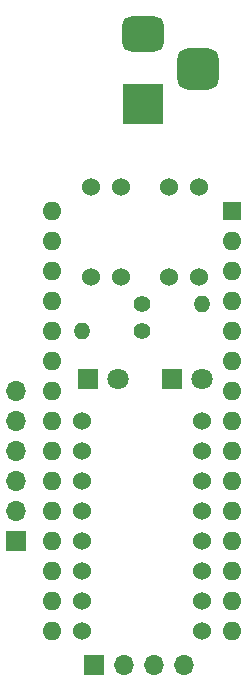
<source format=gbr>
%TF.GenerationSoftware,KiCad,Pcbnew,8.0.5*%
%TF.CreationDate,2024-10-30T18:10:09+09:00*%
%TF.ProjectId,BD,42442e6b-6963-4616-945f-706362585858,rev?*%
%TF.SameCoordinates,Original*%
%TF.FileFunction,Soldermask,Bot*%
%TF.FilePolarity,Negative*%
%FSLAX46Y46*%
G04 Gerber Fmt 4.6, Leading zero omitted, Abs format (unit mm)*
G04 Created by KiCad (PCBNEW 8.0.5) date 2024-10-30 18:10:09*
%MOMM*%
%LPD*%
G01*
G04 APERTURE LIST*
G04 Aperture macros list*
%AMRoundRect*
0 Rectangle with rounded corners*
0 $1 Rounding radius*
0 $2 $3 $4 $5 $6 $7 $8 $9 X,Y pos of 4 corners*
0 Add a 4 corners polygon primitive as box body*
4,1,4,$2,$3,$4,$5,$6,$7,$8,$9,$2,$3,0*
0 Add four circle primitives for the rounded corners*
1,1,$1+$1,$2,$3*
1,1,$1+$1,$4,$5*
1,1,$1+$1,$6,$7*
1,1,$1+$1,$8,$9*
0 Add four rect primitives between the rounded corners*
20,1,$1+$1,$2,$3,$4,$5,0*
20,1,$1+$1,$4,$5,$6,$7,0*
20,1,$1+$1,$6,$7,$8,$9,0*
20,1,$1+$1,$8,$9,$2,$3,0*%
G04 Aperture macros list end*
%ADD10C,1.400000*%
%ADD11O,1.400000X1.400000*%
%ADD12R,1.700000X1.700000*%
%ADD13O,1.700000X1.700000*%
%ADD14R,1.800000X1.800000*%
%ADD15C,1.800000*%
%ADD16C,1.524000*%
%ADD17R,3.500000X3.500000*%
%ADD18RoundRect,0.750000X-1.000000X0.750000X-1.000000X-0.750000X1.000000X-0.750000X1.000000X0.750000X0*%
%ADD19RoundRect,0.875000X-0.875000X0.875000X-0.875000X-0.875000X0.875000X-0.875000X0.875000X0.875000X0*%
%ADD20R,1.600000X1.600000*%
%ADD21O,1.600000X1.600000*%
G04 APERTURE END LIST*
D10*
%TO.C,R2*%
X36771500Y-47340000D03*
D11*
X41851500Y-47340000D03*
%TD*%
D12*
%TO.C,J2*%
X32717500Y-77978000D03*
D13*
X35257500Y-77978000D03*
X37797500Y-77978000D03*
X40337500Y-77978000D03*
%TD*%
D14*
%TO.C,D1*%
X32194500Y-53690000D03*
D15*
X34734500Y-53690000D03*
%TD*%
D16*
%TO.C,SW1*%
X32453500Y-45054000D03*
X34993500Y-45054000D03*
X34993500Y-37434000D03*
X32453500Y-37434000D03*
%TD*%
D10*
%TO.C,R1*%
X36771500Y-49626000D03*
D11*
X31691500Y-49626000D03*
%TD*%
D16*
%TO.C,U1*%
X41851500Y-75026000D03*
X41851500Y-72486000D03*
X41851500Y-69946000D03*
X41851500Y-67406000D03*
X41851500Y-64866000D03*
X41851500Y-62326000D03*
X41851500Y-59786000D03*
X41851500Y-57246000D03*
X31691500Y-57246000D03*
X31691500Y-59786000D03*
X31691500Y-62326000D03*
X31691500Y-64866000D03*
X31691500Y-67406000D03*
X31691500Y-69946000D03*
X31691500Y-72486000D03*
X31691500Y-75026000D03*
%TD*%
%TO.C,SW2*%
X41597500Y-45054000D03*
X39057500Y-45054000D03*
X41597500Y-37434000D03*
X39057500Y-37434000D03*
%TD*%
D14*
%TO.C,D2*%
X39306500Y-53690000D03*
D15*
X41846500Y-53690000D03*
%TD*%
D12*
%TO.C,J1*%
X26103500Y-67406000D03*
D13*
X26103500Y-64866000D03*
X26103500Y-62326000D03*
X26103500Y-59786000D03*
X26103500Y-57246000D03*
X26103500Y-54706000D03*
%TD*%
D17*
%TO.C,J4*%
X36830000Y-30480000D03*
D18*
X36830000Y-24480000D03*
D19*
X41530000Y-27480000D03*
%TD*%
D20*
%TO.C,A1*%
X44391500Y-39466000D03*
D21*
X44391500Y-42006000D03*
X44391500Y-44546000D03*
X44391500Y-47086000D03*
X44391500Y-49626000D03*
X44391500Y-52166000D03*
X44391500Y-54706000D03*
X44391500Y-57246000D03*
X44391500Y-59786000D03*
X44391500Y-62326000D03*
X44391500Y-64866000D03*
X44391500Y-67406000D03*
X44391500Y-69946000D03*
X44391500Y-72486000D03*
X44391500Y-75026000D03*
X29151500Y-75026000D03*
X29151500Y-72486000D03*
X29151500Y-69946000D03*
X29151500Y-67406000D03*
X29151500Y-64866000D03*
X29151500Y-62326000D03*
X29151500Y-59786000D03*
X29151500Y-57246000D03*
X29151500Y-54706000D03*
X29151500Y-52166000D03*
X29151500Y-49626000D03*
X29151500Y-47086000D03*
X29151500Y-44546000D03*
X29151500Y-42006000D03*
X29151500Y-39466000D03*
%TD*%
M02*

</source>
